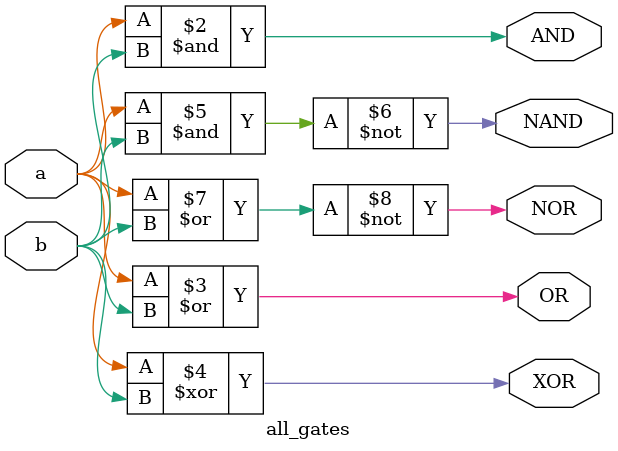
<source format=sv>

module all_gates(input a, b, 
                 output reg AND, OR, XOR, NAND,NOR);

  always @(*)
    begin
      AND = a & b;    // AND
      OR = a | b;    // OR
      XOR = a ^ b;    // XOR
      NAND = ~(a & b); // NAND
      NOR = ~(a | b); // NOR
    end

endmodule

</source>
